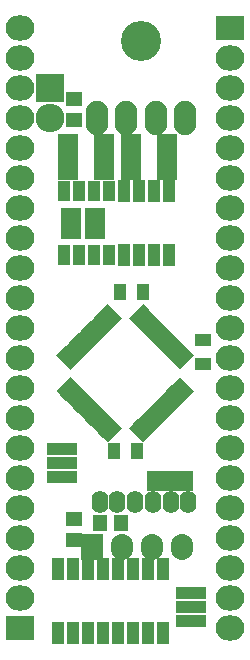
<source format=gbr>
G04 #@! TF.FileFunction,Soldermask,Bot*
%FSLAX46Y46*%
G04 Gerber Fmt 4.6, Leading zero omitted, Abs format (unit mm)*
G04 Created by KiCad (PCBNEW 4.0.7) date 02/16/18 18:05:03*
%MOMM*%
%LPD*%
G01*
G04 APERTURE LIST*
%ADD10C,0.100000*%
%ADD11R,2.432000X2.127200*%
%ADD12O,2.432000X2.127200*%
%ADD13R,1.000000X1.900000*%
%ADD14R,1.670000X1.365200*%
%ADD15O,1.900000X2.900000*%
%ADD16C,3.400000*%
%ADD17R,1.000000X1.950000*%
%ADD18O,1.400000X1.924000*%
%ADD19R,2.432000X2.432000*%
%ADD20O,2.432000X2.432000*%
%ADD21R,1.400000X1.200000*%
%ADD22R,1.365200X1.670000*%
%ADD23R,2.600000X1.000000*%
%ADD24R,1.000000X1.700000*%
%ADD25R,1.000000X1.400000*%
%ADD26R,1.400000X1.000000*%
%ADD27R,1.200000X1.400000*%
%ADD28R,1.900000X2.200000*%
%ADD29O,1.900000X2.200000*%
G04 APERTURE END LIST*
D10*
D11*
X22860000Y-71120000D03*
D12*
X22860000Y-68580000D03*
X22860000Y-66040000D03*
X22860000Y-63500000D03*
X22860000Y-60960000D03*
X22860000Y-58420000D03*
X22860000Y-55880000D03*
X22860000Y-53340000D03*
X22860000Y-50800000D03*
X22860000Y-48260000D03*
X22860000Y-45720000D03*
X22860000Y-43180000D03*
X22860000Y-40640000D03*
X22860000Y-38100000D03*
X22860000Y-35560000D03*
X22860000Y-33020000D03*
X22860000Y-30480000D03*
X22860000Y-27940000D03*
X22860000Y-25400000D03*
X22860000Y-22860000D03*
X22860000Y-20320000D03*
D13*
X26035000Y-66134000D03*
X27305000Y-66134000D03*
X28575000Y-66134000D03*
X29845000Y-66134000D03*
X31115000Y-66134000D03*
X32385000Y-66134000D03*
X33655000Y-66134000D03*
X34925000Y-66134000D03*
X34925000Y-71534000D03*
X33655000Y-71534000D03*
X32385000Y-71534000D03*
X31115000Y-71534000D03*
X29845000Y-71534000D03*
X28575000Y-71534000D03*
X27305000Y-71534000D03*
X26035000Y-71534000D03*
D14*
X29972000Y-29972000D03*
X29972000Y-31242000D03*
X29972000Y-32512000D03*
D15*
X36830000Y-27940000D03*
X34330000Y-27940000D03*
X31830000Y-27940000D03*
X29330000Y-27940000D03*
D16*
X33080000Y-21440000D03*
D10*
G36*
X30247398Y-55381308D02*
X29787779Y-54921689D01*
X30989860Y-53719608D01*
X31449479Y-54179227D01*
X30247398Y-55381308D01*
X30247398Y-55381308D01*
G37*
G36*
X29893845Y-55027755D02*
X29434226Y-54568136D01*
X30636307Y-53366055D01*
X31095926Y-53825674D01*
X29893845Y-55027755D01*
X29893845Y-55027755D01*
G37*
G36*
X29540291Y-54674201D02*
X29080672Y-54214582D01*
X30282753Y-53012501D01*
X30742372Y-53472120D01*
X29540291Y-54674201D01*
X29540291Y-54674201D01*
G37*
G36*
X29186738Y-54320648D02*
X28727119Y-53861029D01*
X29929200Y-52658948D01*
X30388819Y-53118567D01*
X29186738Y-54320648D01*
X29186738Y-54320648D01*
G37*
G36*
X28833185Y-53967095D02*
X28373566Y-53507476D01*
X29575647Y-52305395D01*
X30035266Y-52765014D01*
X28833185Y-53967095D01*
X28833185Y-53967095D01*
G37*
G36*
X28479631Y-53613541D02*
X28020012Y-53153922D01*
X29222093Y-51951841D01*
X29681712Y-52411460D01*
X28479631Y-53613541D01*
X28479631Y-53613541D01*
G37*
G36*
X28126078Y-53259988D02*
X27666459Y-52800369D01*
X28868540Y-51598288D01*
X29328159Y-52057907D01*
X28126078Y-53259988D01*
X28126078Y-53259988D01*
G37*
G36*
X27772524Y-52906434D02*
X27312905Y-52446815D01*
X28514986Y-51244734D01*
X28974605Y-51704353D01*
X27772524Y-52906434D01*
X27772524Y-52906434D01*
G37*
G36*
X27418971Y-52552881D02*
X26959352Y-52093262D01*
X28161433Y-50891181D01*
X28621052Y-51350800D01*
X27418971Y-52552881D01*
X27418971Y-52552881D01*
G37*
G36*
X27065418Y-52199328D02*
X26605799Y-51739709D01*
X27807880Y-50537628D01*
X28267499Y-50997247D01*
X27065418Y-52199328D01*
X27065418Y-52199328D01*
G37*
G36*
X26711864Y-51845774D02*
X26252245Y-51386155D01*
X27454326Y-50184074D01*
X27913945Y-50643693D01*
X26711864Y-51845774D01*
X26711864Y-51845774D01*
G37*
G36*
X26358311Y-51492221D02*
X25898692Y-51032602D01*
X27100773Y-49830521D01*
X27560392Y-50290140D01*
X26358311Y-51492221D01*
X26358311Y-51492221D01*
G37*
G36*
X25898692Y-48027398D02*
X26358311Y-47567779D01*
X27560392Y-48769860D01*
X27100773Y-49229479D01*
X25898692Y-48027398D01*
X25898692Y-48027398D01*
G37*
G36*
X26252245Y-47673845D02*
X26711864Y-47214226D01*
X27913945Y-48416307D01*
X27454326Y-48875926D01*
X26252245Y-47673845D01*
X26252245Y-47673845D01*
G37*
G36*
X26605799Y-47320291D02*
X27065418Y-46860672D01*
X28267499Y-48062753D01*
X27807880Y-48522372D01*
X26605799Y-47320291D01*
X26605799Y-47320291D01*
G37*
G36*
X26959352Y-46966738D02*
X27418971Y-46507119D01*
X28621052Y-47709200D01*
X28161433Y-48168819D01*
X26959352Y-46966738D01*
X26959352Y-46966738D01*
G37*
G36*
X27312905Y-46613185D02*
X27772524Y-46153566D01*
X28974605Y-47355647D01*
X28514986Y-47815266D01*
X27312905Y-46613185D01*
X27312905Y-46613185D01*
G37*
G36*
X27666459Y-46259631D02*
X28126078Y-45800012D01*
X29328159Y-47002093D01*
X28868540Y-47461712D01*
X27666459Y-46259631D01*
X27666459Y-46259631D01*
G37*
G36*
X28020012Y-45906078D02*
X28479631Y-45446459D01*
X29681712Y-46648540D01*
X29222093Y-47108159D01*
X28020012Y-45906078D01*
X28020012Y-45906078D01*
G37*
G36*
X28373566Y-45552524D02*
X28833185Y-45092905D01*
X30035266Y-46294986D01*
X29575647Y-46754605D01*
X28373566Y-45552524D01*
X28373566Y-45552524D01*
G37*
G36*
X28727119Y-45198971D02*
X29186738Y-44739352D01*
X30388819Y-45941433D01*
X29929200Y-46401052D01*
X28727119Y-45198971D01*
X28727119Y-45198971D01*
G37*
G36*
X29080672Y-44845418D02*
X29540291Y-44385799D01*
X30742372Y-45587880D01*
X30282753Y-46047499D01*
X29080672Y-44845418D01*
X29080672Y-44845418D01*
G37*
G36*
X29434226Y-44491864D02*
X29893845Y-44032245D01*
X31095926Y-45234326D01*
X30636307Y-45693945D01*
X29434226Y-44491864D01*
X29434226Y-44491864D01*
G37*
G36*
X29787779Y-44138311D02*
X30247398Y-43678692D01*
X31449479Y-44880773D01*
X30989860Y-45340392D01*
X29787779Y-44138311D01*
X29787779Y-44138311D01*
G37*
G36*
X32510140Y-45340392D02*
X32050521Y-44880773D01*
X33252602Y-43678692D01*
X33712221Y-44138311D01*
X32510140Y-45340392D01*
X32510140Y-45340392D01*
G37*
G36*
X32863693Y-45693945D02*
X32404074Y-45234326D01*
X33606155Y-44032245D01*
X34065774Y-44491864D01*
X32863693Y-45693945D01*
X32863693Y-45693945D01*
G37*
G36*
X33217247Y-46047499D02*
X32757628Y-45587880D01*
X33959709Y-44385799D01*
X34419328Y-44845418D01*
X33217247Y-46047499D01*
X33217247Y-46047499D01*
G37*
G36*
X33570800Y-46401052D02*
X33111181Y-45941433D01*
X34313262Y-44739352D01*
X34772881Y-45198971D01*
X33570800Y-46401052D01*
X33570800Y-46401052D01*
G37*
G36*
X33924353Y-46754605D02*
X33464734Y-46294986D01*
X34666815Y-45092905D01*
X35126434Y-45552524D01*
X33924353Y-46754605D01*
X33924353Y-46754605D01*
G37*
G36*
X34277907Y-47108159D02*
X33818288Y-46648540D01*
X35020369Y-45446459D01*
X35479988Y-45906078D01*
X34277907Y-47108159D01*
X34277907Y-47108159D01*
G37*
G36*
X34631460Y-47461712D02*
X34171841Y-47002093D01*
X35373922Y-45800012D01*
X35833541Y-46259631D01*
X34631460Y-47461712D01*
X34631460Y-47461712D01*
G37*
G36*
X34985014Y-47815266D02*
X34525395Y-47355647D01*
X35727476Y-46153566D01*
X36187095Y-46613185D01*
X34985014Y-47815266D01*
X34985014Y-47815266D01*
G37*
G36*
X35338567Y-48168819D02*
X34878948Y-47709200D01*
X36081029Y-46507119D01*
X36540648Y-46966738D01*
X35338567Y-48168819D01*
X35338567Y-48168819D01*
G37*
G36*
X35692120Y-48522372D02*
X35232501Y-48062753D01*
X36434582Y-46860672D01*
X36894201Y-47320291D01*
X35692120Y-48522372D01*
X35692120Y-48522372D01*
G37*
G36*
X36045674Y-48875926D02*
X35586055Y-48416307D01*
X36788136Y-47214226D01*
X37247755Y-47673845D01*
X36045674Y-48875926D01*
X36045674Y-48875926D01*
G37*
G36*
X36399227Y-49229479D02*
X35939608Y-48769860D01*
X37141689Y-47567779D01*
X37601308Y-48027398D01*
X36399227Y-49229479D01*
X36399227Y-49229479D01*
G37*
G36*
X35939608Y-50290140D02*
X36399227Y-49830521D01*
X37601308Y-51032602D01*
X37141689Y-51492221D01*
X35939608Y-50290140D01*
X35939608Y-50290140D01*
G37*
G36*
X35586055Y-50643693D02*
X36045674Y-50184074D01*
X37247755Y-51386155D01*
X36788136Y-51845774D01*
X35586055Y-50643693D01*
X35586055Y-50643693D01*
G37*
G36*
X35232501Y-50997247D02*
X35692120Y-50537628D01*
X36894201Y-51739709D01*
X36434582Y-52199328D01*
X35232501Y-50997247D01*
X35232501Y-50997247D01*
G37*
G36*
X34878948Y-51350800D02*
X35338567Y-50891181D01*
X36540648Y-52093262D01*
X36081029Y-52552881D01*
X34878948Y-51350800D01*
X34878948Y-51350800D01*
G37*
G36*
X34525395Y-51704353D02*
X34985014Y-51244734D01*
X36187095Y-52446815D01*
X35727476Y-52906434D01*
X34525395Y-51704353D01*
X34525395Y-51704353D01*
G37*
G36*
X34171841Y-52057907D02*
X34631460Y-51598288D01*
X35833541Y-52800369D01*
X35373922Y-53259988D01*
X34171841Y-52057907D01*
X34171841Y-52057907D01*
G37*
G36*
X33818288Y-52411460D02*
X34277907Y-51951841D01*
X35479988Y-53153922D01*
X35020369Y-53613541D01*
X33818288Y-52411460D01*
X33818288Y-52411460D01*
G37*
G36*
X33464734Y-52765014D02*
X33924353Y-52305395D01*
X35126434Y-53507476D01*
X34666815Y-53967095D01*
X33464734Y-52765014D01*
X33464734Y-52765014D01*
G37*
G36*
X33111181Y-53118567D02*
X33570800Y-52658948D01*
X34772881Y-53861029D01*
X34313262Y-54320648D01*
X33111181Y-53118567D01*
X33111181Y-53118567D01*
G37*
G36*
X32757628Y-53472120D02*
X33217247Y-53012501D01*
X34419328Y-54214582D01*
X33959709Y-54674201D01*
X32757628Y-53472120D01*
X32757628Y-53472120D01*
G37*
G36*
X32404074Y-53825674D02*
X32863693Y-53366055D01*
X34065774Y-54568136D01*
X33606155Y-55027755D01*
X32404074Y-53825674D01*
X32404074Y-53825674D01*
G37*
G36*
X32050521Y-54179227D02*
X32510140Y-53719608D01*
X33712221Y-54921689D01*
X33252602Y-55381308D01*
X32050521Y-54179227D01*
X32050521Y-54179227D01*
G37*
D17*
X35433000Y-39530000D03*
X34163000Y-39530000D03*
X32893000Y-39530000D03*
X31623000Y-39530000D03*
X31623000Y-34130000D03*
X32893000Y-34130000D03*
X34163000Y-34130000D03*
X35433000Y-34130000D03*
D18*
X37084000Y-60452000D03*
X35584000Y-60452000D03*
X34084000Y-60452000D03*
X32584000Y-60452000D03*
X31084000Y-60452000D03*
X29584000Y-60452000D03*
D19*
X25400000Y-25400000D03*
D20*
X25400000Y-27940000D03*
D21*
X27432000Y-28078000D03*
X27432000Y-26278000D03*
D22*
X34290000Y-58674000D03*
X35560000Y-58674000D03*
X36830000Y-58674000D03*
D23*
X26416000Y-55950000D03*
X26416000Y-57150000D03*
X26416000Y-58350000D03*
D24*
X30353000Y-39530000D03*
X29083000Y-39530000D03*
X27813000Y-39530000D03*
X26543000Y-39530000D03*
X26543000Y-34130000D03*
X27813000Y-34130000D03*
X29083000Y-34130000D03*
X30353000Y-34130000D03*
D14*
X32258000Y-32512000D03*
X32258000Y-31242000D03*
X32258000Y-29972000D03*
X35306000Y-32512000D03*
X35306000Y-31242000D03*
X35306000Y-29972000D03*
X26924000Y-29972000D03*
X26924000Y-31242000D03*
X26924000Y-32512000D03*
X29210000Y-37465000D03*
X29210000Y-36195000D03*
X27178000Y-36195000D03*
X27178000Y-37465000D03*
D25*
X31258000Y-42672000D03*
X33258000Y-42672000D03*
D26*
X38354000Y-48752000D03*
X38354000Y-46752000D03*
D25*
X30750000Y-56134000D03*
X32750000Y-56134000D03*
D23*
X37338000Y-70542000D03*
X37338000Y-69342000D03*
X37338000Y-68142000D03*
D27*
X31380000Y-62230000D03*
X29580000Y-62230000D03*
D21*
X27432000Y-63638000D03*
X27432000Y-61838000D03*
D28*
X28956000Y-64262000D03*
D29*
X31496000Y-64262000D03*
X34036000Y-64262000D03*
X36576000Y-64262000D03*
D11*
X40640000Y-20320000D03*
D12*
X40640000Y-22860000D03*
X40640000Y-25400000D03*
X40640000Y-27940000D03*
X40640000Y-30480000D03*
X40640000Y-33020000D03*
X40640000Y-35560000D03*
X40640000Y-38100000D03*
X40640000Y-40640000D03*
X40640000Y-43180000D03*
X40640000Y-45720000D03*
X40640000Y-48260000D03*
X40640000Y-50800000D03*
X40640000Y-53340000D03*
X40640000Y-55880000D03*
X40640000Y-58420000D03*
X40640000Y-60960000D03*
X40640000Y-63500000D03*
X40640000Y-66040000D03*
X40640000Y-68580000D03*
X40640000Y-71120000D03*
M02*

</source>
